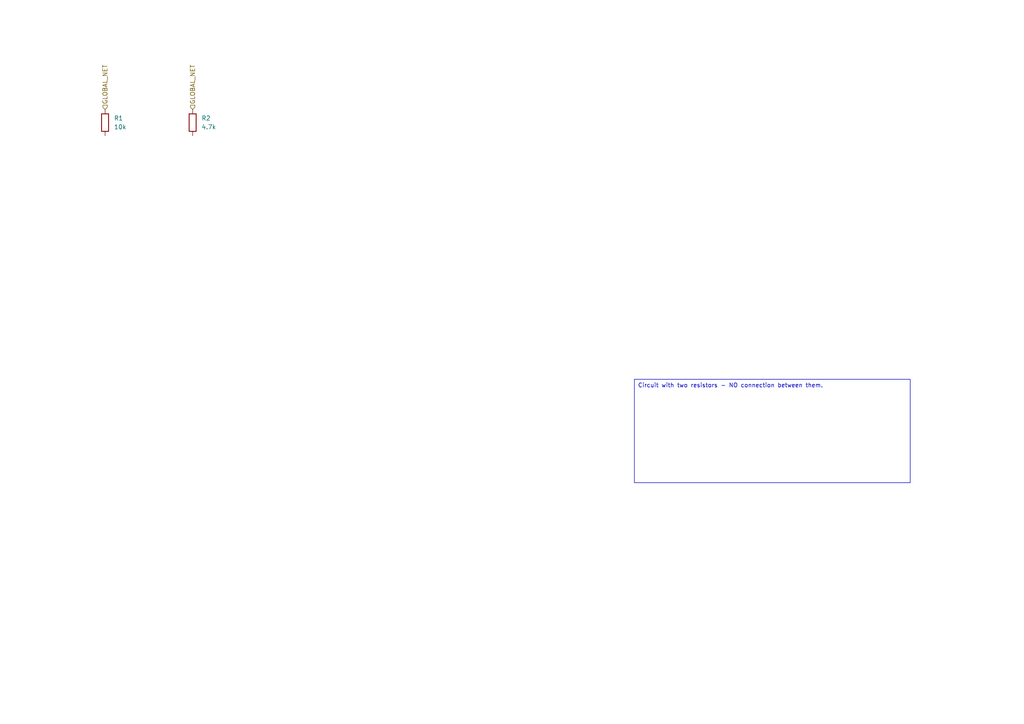
<source format=kicad_sch>
(kicad_sch (version 20250114) (generator "circuit_synth") (generator_version "0.8.36")
  (paper "A4")
  (lib_symbols
    (symbol "Device:R" (pin_numbers (hide yes)) (pin_names (offset 0))
      (property "Reference" "R" (at 2.032 0 90))
      (property "Value" "R" (at 0 0 90))
      (symbol "R_0_1"
        (rectangle (start -1.016 -2.54) (end 1.016 2.54) (stroke (width 0.254)))
      )
      (symbol "R_1_1"
        (pin passive line (at 0 3.81 270) (length 1.27) (name "~") (number "1"))
        (pin passive line (at 0 -3.81 90) (length 1.27) (name "~") (number "2"))
      )
    )
  )
  (symbol (lib_id "Device:R") (at 30.48 35.56 0) (unit 1)
    (property "Reference" "R1" (at 33.02 34.2899 0) (effects (justify left)))
    (property "Value" "10k" (at 33.02 36.8299 0) (effects (justify left)))
    (property "Footprint" "Resistor_SMD:R_0603_1608Metric" (effects (hide yes)))
    (property "hierarchy_path" "/6789b353-3b73-43d8-b5b0-517e39c75308" (effects (hide yes)))
    (property "project_name" "two_resistors" (effects (hide yes)))
    (property "root_uuid" "6789b353-3b73-43d8-b5b0-517e39c75308" (effects (hide yes)))
  )
  (symbol (lib_id "Device:R") (at 55.88 35.56 0) (unit 1)
    (property "Reference" "R2" (at 58.42 34.2899 0) (effects (justify left)))
    (property "Value" "4.7k" (at 58.42 36.8299 0) (effects (justify left)))
    (property "Footprint" "Resistor_SMD:R_0603_1608Metric" (effects (hide yes)))
    (property "hierarchy_path" "/6789b353-3b73-43d8-b5b0-517e39c75308" (effects (hide yes)))
    (property "project_name" "two_resistors" (effects (hide yes)))
    (property "root_uuid" "6789b353-3b73-43d8-b5b0-517e39c75308" (effects (hide yes)))
  )
  (hierarchical_label "GLOBAL_NET" (shape input) (at 30.48 31.75 90))
  (hierarchical_label "GLOBAL_NET" (shape input) (at 55.88 31.75 90))
  (text_box "Circuit with two resistors - NO connection between them." (at 184 110 0.0000) (size 80 30) (margins 1 1 1 1) (stroke (width 0.0000)) (effects (font (size 1.2 1.2)) (justify left top)))
)
</source>
